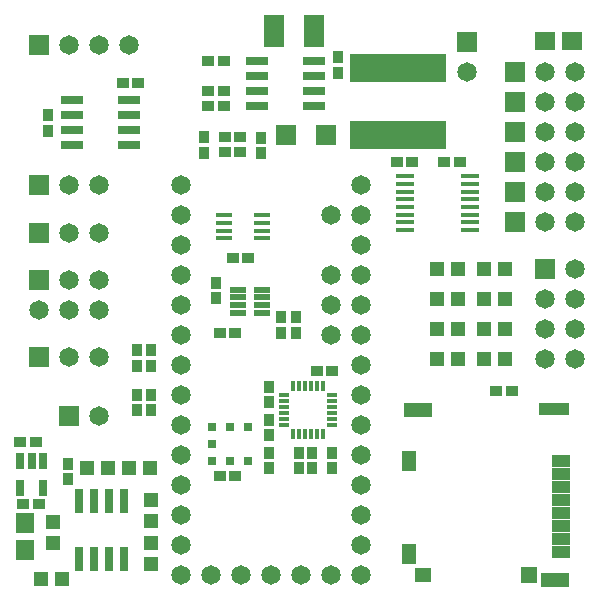
<source format=gts>
%FSLAX25Y25*%
%MOIN*%
G04 EasyPC Gerber Version 17.0 Build 3379 *
%ADD124R,0.01781X0.03750*%
%ADD126R,0.02569X0.02962*%
%ADD122R,0.02572X0.05369*%
%ADD116R,0.02700X0.08400*%
%ADD103R,0.03400X0.04100*%
%ADD117R,0.04537X0.04891*%
%ADD111R,0.05128X0.06506*%
%ADD118R,0.06100X0.06600*%
%ADD120R,0.06900X0.10800*%
%ADD105R,0.06506X0.06506*%
%ADD121R,0.06900X0.06900*%
%ADD100C,0.06506*%
%ADD123R,0.03750X0.01781*%
%ADD112R,0.05550X0.01800*%
%ADD113R,0.06000X0.01800*%
%ADD102R,0.05600X0.02100*%
%ADD125R,0.02962X0.02569*%
%ADD101R,0.07200X0.02600*%
%ADD104R,0.04100X0.03400*%
%ADD106R,0.06269X0.04143*%
%ADD109R,0.10443X0.04340*%
%ADD115R,0.04891X0.04537*%
%ADD108R,0.05324X0.05128*%
%ADD110R,0.09261X0.05128*%
%ADD107R,0.05521X0.05167*%
%ADD114R,0.06600X0.06100*%
%ADD119R,0.32096X0.09261*%
X0Y0D02*
D02*
D100*
X12353Y95407D03*
X22353Y79659D03*
Y95407D03*
Y105407D03*
Y121156D03*
Y136904D03*
Y183715D03*
X32353Y59974D03*
Y79659D03*
Y95407D03*
Y105407D03*
Y121156D03*
Y136904D03*
Y183715D03*
X42353D03*
X59833Y6904D03*
Y16904D03*
Y26904D03*
Y36904D03*
Y46904D03*
Y56904D03*
Y66904D03*
Y76904D03*
Y86904D03*
Y96904D03*
Y106904D03*
Y116904D03*
Y126904D03*
Y136904D03*
X69833Y6904D03*
X79833D03*
X89833D03*
X99833D03*
X109833D03*
Y86904D03*
Y96904D03*
Y106904D03*
Y126904D03*
X119833Y6904D03*
Y16904D03*
Y26904D03*
Y36904D03*
Y46904D03*
Y56904D03*
Y66904D03*
Y76904D03*
Y86904D03*
Y96904D03*
Y106904D03*
Y116904D03*
Y126904D03*
Y136904D03*
X155188Y174659D03*
X181093Y78872D03*
Y88872D03*
Y98872D03*
Y124629D03*
Y134629D03*
Y144629D03*
Y154629D03*
Y164629D03*
Y174629D03*
X191093Y78872D03*
Y88872D03*
Y98872D03*
Y108872D03*
Y124629D03*
Y134629D03*
Y144629D03*
Y154629D03*
Y164629D03*
Y174629D03*
D02*
D101*
X23247Y150230D03*
Y155230D03*
Y160230D03*
Y165230D03*
X42247Y150230D03*
Y155230D03*
Y160230D03*
Y165230D03*
X85065Y163380D03*
Y168380D03*
Y173380D03*
Y178380D03*
X104065Y163380D03*
Y168380D03*
Y173380D03*
Y178380D03*
D02*
D102*
X78647Y94443D03*
Y97002D03*
Y99561D03*
Y102120D03*
X86847Y94443D03*
Y97002D03*
Y99561D03*
Y102120D03*
D02*
D103*
X15424Y155180D03*
Y160280D03*
X22117Y39039D03*
Y44139D03*
X44952Y61873D03*
Y66973D03*
Y76834D03*
Y81934D03*
X49676Y61873D03*
Y66973D03*
Y76834D03*
Y81934D03*
X67400Y147848D03*
Y152948D03*
X71330Y99275D03*
Y104375D03*
X86297Y147661D03*
Y152761D03*
X89046Y42582D03*
Y47682D03*
Y53606D03*
Y58706D03*
Y64629D03*
Y69729D03*
X92983Y87857D03*
Y92957D03*
X98101Y87857D03*
Y92957D03*
X98889Y42582D03*
Y47682D03*
X103219Y42582D03*
Y47682D03*
X109912Y42582D03*
Y47682D03*
X111881Y174472D03*
Y179572D03*
D02*
D104*
X6181Y51234D03*
X7165Y30762D03*
X11281Y51234D03*
X12265Y30762D03*
X40433Y171116D03*
X45533D03*
X68787Y163380D03*
X68826Y168380D03*
Y178498D03*
X72638Y87848D03*
X72717Y40014D03*
X73887Y163380D03*
X73926Y168380D03*
Y178498D03*
X74291Y147888D03*
Y153006D03*
X77047Y112848D03*
X77738Y87848D03*
X77817Y40014D03*
X79391Y147888D03*
Y153006D03*
X82147Y112848D03*
X105000Y75053D03*
X110100D03*
X131772Y144738D03*
X136872D03*
X147520D03*
X152620D03*
X164843Y68360D03*
X169943D03*
D02*
D105*
X12353Y79659D03*
Y105407D03*
Y121156D03*
Y136904D03*
Y183715D03*
X22353Y59974D03*
X155188Y184659D03*
X171093Y124629D03*
Y134629D03*
Y144629D03*
Y154629D03*
Y164629D03*
Y174629D03*
X181093Y108872D03*
D02*
D106*
X186290Y14817D03*
Y19148D03*
Y23478D03*
Y27809D03*
Y32140D03*
Y36470D03*
Y40801D03*
Y45132D03*
D02*
D107*
X175857Y6943D03*
D02*
D108*
X140227D03*
D02*
D109*
X183928Y62455D03*
D02*
D110*
X138849Y62061D03*
X184519Y5368D03*
D02*
D111*
X135700Y14030D03*
Y44935D03*
D02*
D112*
X73909Y119246D03*
Y121805D03*
Y124364D03*
Y126923D03*
X86860Y119246D03*
Y121805D03*
Y124364D03*
Y126923D03*
D02*
D113*
X134288Y122050D03*
Y124609D03*
Y127169D03*
Y129728D03*
Y132287D03*
Y134846D03*
Y137405D03*
Y139964D03*
X156088Y122050D03*
Y124609D03*
Y127169D03*
Y129728D03*
Y132287D03*
Y134846D03*
Y137405D03*
Y139964D03*
D02*
D114*
X181003Y184896D03*
X190003D03*
D02*
D115*
X13105Y5762D03*
X20105D03*
X28459Y42770D03*
X35459D03*
X42239D03*
X49239D03*
X144963Y78872D03*
Y88872D03*
Y98872D03*
Y108872D03*
X151963Y78872D03*
Y88872D03*
Y98872D03*
Y108872D03*
X160711Y78872D03*
Y88872D03*
Y98872D03*
Y108872D03*
X167711Y78872D03*
Y88872D03*
Y98872D03*
Y108872D03*
D02*
D116*
X25837Y12400D03*
Y31800D03*
X30837Y12400D03*
Y31800D03*
X35837Y12400D03*
Y31800D03*
X40837Y12400D03*
Y31800D03*
D02*
D117*
X17196Y17813D03*
Y24813D03*
X49676Y10726D03*
Y17726D03*
Y24900D03*
Y31900D03*
D02*
D118*
X7550Y15238D03*
Y24238D03*
D02*
D119*
X131959Y153596D03*
Y176037D03*
D02*
D120*
X90614Y188439D03*
X104014D03*
D02*
D121*
X94748Y153754D03*
X108148D03*
D02*
D122*
X6172Y35880D03*
Y44935D03*
X9912D03*
X13652Y35880D03*
Y44935D03*
D02*
D123*
X94164Y57140D03*
Y59108D03*
Y61077D03*
Y63045D03*
Y65014D03*
Y66982D03*
X109912Y57140D03*
Y59108D03*
Y61077D03*
Y63045D03*
Y65014D03*
Y66982D03*
D02*
D124*
X97117Y54187D03*
Y69935D03*
X99085Y54187D03*
Y69935D03*
X101054Y54187D03*
Y69935D03*
X103022Y54187D03*
Y69935D03*
X104991Y54187D03*
Y69935D03*
X106959Y54187D03*
Y69935D03*
D02*
D125*
X70148Y44935D03*
Y56352D03*
X76054Y44935D03*
Y56352D03*
X81959Y44935D03*
Y56352D03*
D02*
D126*
X70148Y50644D03*
X0Y0D02*
M02*

</source>
